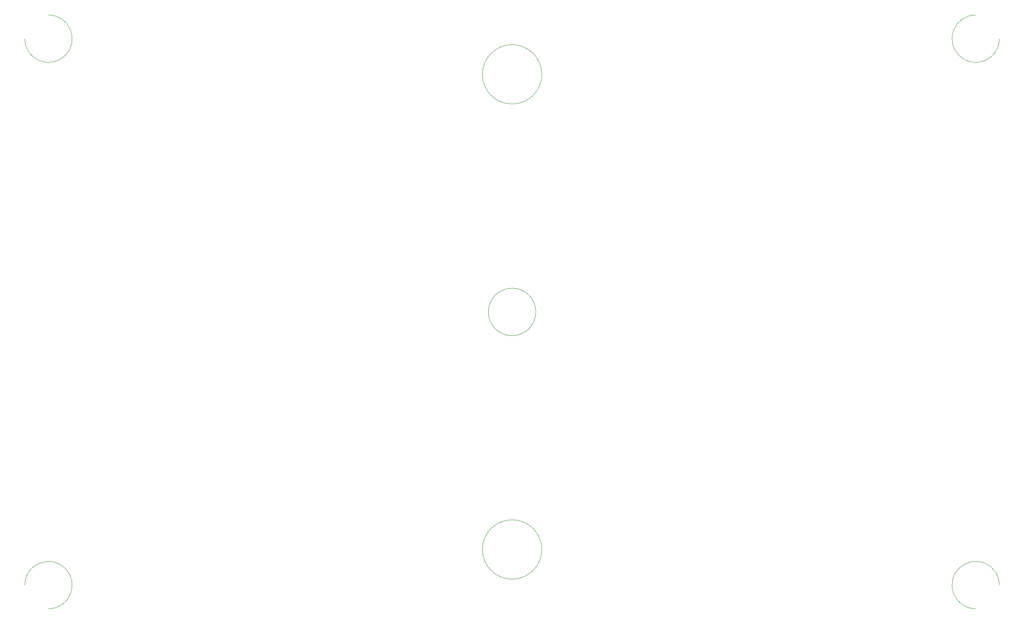
<source format=gbr>
G04 #@! TF.GenerationSoftware,KiCad,Pcbnew,(5.1.4)-1*
G04 #@! TF.CreationDate,2020-08-06T22:09:22-04:00*
G04 #@! TF.ProjectId,mtg_life_counter,6d74675f-6c69-4666-955f-636f756e7465,0.1*
G04 #@! TF.SameCoordinates,Original*
G04 #@! TF.FileFunction,Legend,Bot*
G04 #@! TF.FilePolarity,Positive*
%FSLAX46Y46*%
G04 Gerber Fmt 4.6, Leading zero omitted, Abs format (unit mm)*
G04 Created by KiCad (PCBNEW (5.1.4)-1) date 2020-08-06 22:09:22*
%MOMM*%
%LPD*%
G04 APERTURE LIST*
%ADD10C,0.120000*%
G04 APERTURE END LIST*
D10*
X148590000Y-38100000D02*
G75*
G03X148590000Y-38100000I-6350000J0D01*
G01*
X148590000Y-139700000D02*
G75*
G03X148590000Y-139700000I-6350000J0D01*
G01*
X147320000Y-88900000D02*
G75*
G03X147320000Y-88900000I-5080000J0D01*
G01*
X246380000Y-30480000D02*
G75*
G02X241300000Y-25400000I-5080000J0D01*
G01*
X43180000Y-25400000D02*
G75*
G02X38100000Y-30480000I0J-5080000D01*
G01*
X38100000Y-147320000D02*
G75*
G02X43180000Y-152400000I5080000J0D01*
G01*
X241300000Y-152400000D02*
G75*
G02X246380000Y-147320000I0J5080000D01*
G01*
M02*

</source>
